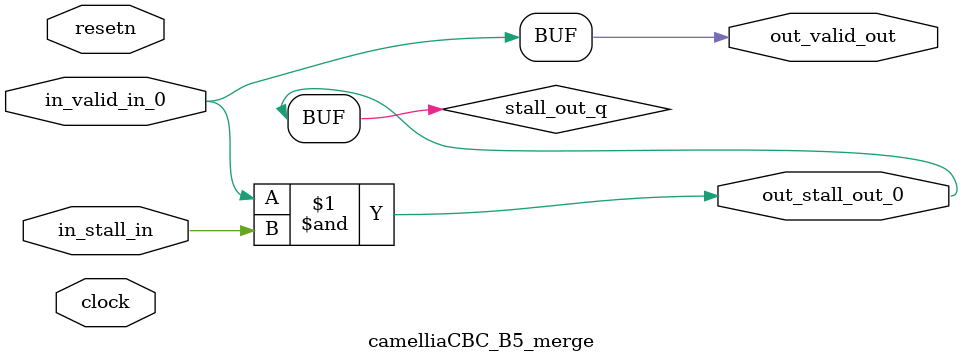
<source format=sv>



(* altera_attribute = "-name AUTO_SHIFT_REGISTER_RECOGNITION OFF; -name MESSAGE_DISABLE 10036; -name MESSAGE_DISABLE 10037; -name MESSAGE_DISABLE 14130; -name MESSAGE_DISABLE 14320; -name MESSAGE_DISABLE 15400; -name MESSAGE_DISABLE 14130; -name MESSAGE_DISABLE 10036; -name MESSAGE_DISABLE 12020; -name MESSAGE_DISABLE 12030; -name MESSAGE_DISABLE 12010; -name MESSAGE_DISABLE 12110; -name MESSAGE_DISABLE 14320; -name MESSAGE_DISABLE 13410; -name MESSAGE_DISABLE 113007; -name MESSAGE_DISABLE 10958" *)
module camelliaCBC_B5_merge (
    input wire [0:0] in_stall_in,
    input wire [0:0] in_valid_in_0,
    output wire [0:0] out_stall_out_0,
    output wire [0:0] out_valid_out,
    input wire clock,
    input wire resetn
    );

    wire [0:0] stall_out_q;


    // stall_out(LOGICAL,6)
    assign stall_out_q = in_valid_in_0 & in_stall_in;

    // out_stall_out_0(GPOUT,4)
    assign out_stall_out_0 = stall_out_q;

    // out_valid_out(GPOUT,5)
    assign out_valid_out = in_valid_in_0;

endmodule

</source>
